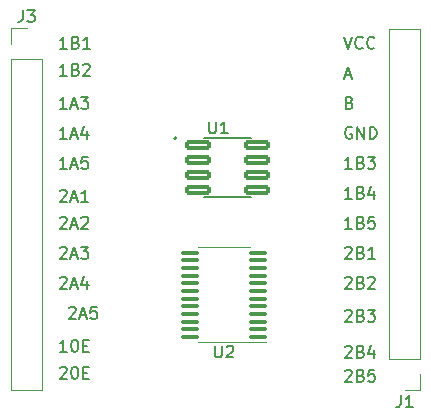
<source format=gto>
G04 #@! TF.GenerationSoftware,KiCad,Pcbnew,7.0.7*
G04 #@! TF.CreationDate,2023-09-07T14:52:05+08:00*
G04 #@! TF.ProjectId,rs485,72733438-352e-46b6-9963-61645f706362,rev?*
G04 #@! TF.SameCoordinates,Original*
G04 #@! TF.FileFunction,Legend,Top*
G04 #@! TF.FilePolarity,Positive*
%FSLAX46Y46*%
G04 Gerber Fmt 4.6, Leading zero omitted, Abs format (unit mm)*
G04 Created by KiCad (PCBNEW 7.0.7) date 2023-09-07 14:52:05*
%MOMM*%
%LPD*%
G01*
G04 APERTURE LIST*
G04 Aperture macros list*
%AMRoundRect*
0 Rectangle with rounded corners*
0 $1 Rounding radius*
0 $2 $3 $4 $5 $6 $7 $8 $9 X,Y pos of 4 corners*
0 Add a 4 corners polygon primitive as box body*
4,1,4,$2,$3,$4,$5,$6,$7,$8,$9,$2,$3,0*
0 Add four circle primitives for the rounded corners*
1,1,$1+$1,$2,$3*
1,1,$1+$1,$4,$5*
1,1,$1+$1,$6,$7*
1,1,$1+$1,$8,$9*
0 Add four rect primitives between the rounded corners*
20,1,$1+$1,$2,$3,$4,$5,0*
20,1,$1+$1,$4,$5,$6,$7,0*
20,1,$1+$1,$6,$7,$8,$9,0*
20,1,$1+$1,$8,$9,$2,$3,0*%
G04 Aperture macros list end*
%ADD10C,0.150000*%
%ADD11C,0.120000*%
%ADD12C,0.127000*%
%ADD13C,0.200000*%
%ADD14R,1.700000X1.700000*%
%ADD15O,1.700000X1.700000*%
%ADD16RoundRect,0.100000X0.637500X0.100000X-0.637500X0.100000X-0.637500X-0.100000X0.637500X-0.100000X0*%
%ADD17RoundRect,0.141900X-0.945100X-0.245100X0.945100X-0.245100X0.945100X0.245100X-0.945100X0.245100X0*%
G04 APERTURE END LIST*
D10*
X160467922Y-96659819D02*
X160801255Y-97659819D01*
X160801255Y-97659819D02*
X161134588Y-96659819D01*
X162039350Y-97564580D02*
X161991731Y-97612200D01*
X161991731Y-97612200D02*
X161848874Y-97659819D01*
X161848874Y-97659819D02*
X161753636Y-97659819D01*
X161753636Y-97659819D02*
X161610779Y-97612200D01*
X161610779Y-97612200D02*
X161515541Y-97516961D01*
X161515541Y-97516961D02*
X161467922Y-97421723D01*
X161467922Y-97421723D02*
X161420303Y-97231247D01*
X161420303Y-97231247D02*
X161420303Y-97088390D01*
X161420303Y-97088390D02*
X161467922Y-96897914D01*
X161467922Y-96897914D02*
X161515541Y-96802676D01*
X161515541Y-96802676D02*
X161610779Y-96707438D01*
X161610779Y-96707438D02*
X161753636Y-96659819D01*
X161753636Y-96659819D02*
X161848874Y-96659819D01*
X161848874Y-96659819D02*
X161991731Y-96707438D01*
X161991731Y-96707438D02*
X162039350Y-96755057D01*
X163039350Y-97564580D02*
X162991731Y-97612200D01*
X162991731Y-97612200D02*
X162848874Y-97659819D01*
X162848874Y-97659819D02*
X162753636Y-97659819D01*
X162753636Y-97659819D02*
X162610779Y-97612200D01*
X162610779Y-97612200D02*
X162515541Y-97516961D01*
X162515541Y-97516961D02*
X162467922Y-97421723D01*
X162467922Y-97421723D02*
X162420303Y-97231247D01*
X162420303Y-97231247D02*
X162420303Y-97088390D01*
X162420303Y-97088390D02*
X162467922Y-96897914D01*
X162467922Y-96897914D02*
X162515541Y-96802676D01*
X162515541Y-96802676D02*
X162610779Y-96707438D01*
X162610779Y-96707438D02*
X162753636Y-96659819D01*
X162753636Y-96659819D02*
X162848874Y-96659819D01*
X162848874Y-96659819D02*
X162991731Y-96707438D01*
X162991731Y-96707438D02*
X163039350Y-96755057D01*
X160563160Y-99914104D02*
X161039350Y-99914104D01*
X160467922Y-100199819D02*
X160801255Y-99199819D01*
X160801255Y-99199819D02*
X161134588Y-100199819D01*
X160944112Y-102216009D02*
X161086969Y-102263628D01*
X161086969Y-102263628D02*
X161134588Y-102311247D01*
X161134588Y-102311247D02*
X161182207Y-102406485D01*
X161182207Y-102406485D02*
X161182207Y-102549342D01*
X161182207Y-102549342D02*
X161134588Y-102644580D01*
X161134588Y-102644580D02*
X161086969Y-102692200D01*
X161086969Y-102692200D02*
X160991731Y-102739819D01*
X160991731Y-102739819D02*
X160610779Y-102739819D01*
X160610779Y-102739819D02*
X160610779Y-101739819D01*
X160610779Y-101739819D02*
X160944112Y-101739819D01*
X160944112Y-101739819D02*
X161039350Y-101787438D01*
X161039350Y-101787438D02*
X161086969Y-101835057D01*
X161086969Y-101835057D02*
X161134588Y-101930295D01*
X161134588Y-101930295D02*
X161134588Y-102025533D01*
X161134588Y-102025533D02*
X161086969Y-102120771D01*
X161086969Y-102120771D02*
X161039350Y-102168390D01*
X161039350Y-102168390D02*
X160944112Y-102216009D01*
X160944112Y-102216009D02*
X160610779Y-102216009D01*
X161134588Y-104327438D02*
X161039350Y-104279819D01*
X161039350Y-104279819D02*
X160896493Y-104279819D01*
X160896493Y-104279819D02*
X160753636Y-104327438D01*
X160753636Y-104327438D02*
X160658398Y-104422676D01*
X160658398Y-104422676D02*
X160610779Y-104517914D01*
X160610779Y-104517914D02*
X160563160Y-104708390D01*
X160563160Y-104708390D02*
X160563160Y-104851247D01*
X160563160Y-104851247D02*
X160610779Y-105041723D01*
X160610779Y-105041723D02*
X160658398Y-105136961D01*
X160658398Y-105136961D02*
X160753636Y-105232200D01*
X160753636Y-105232200D02*
X160896493Y-105279819D01*
X160896493Y-105279819D02*
X160991731Y-105279819D01*
X160991731Y-105279819D02*
X161134588Y-105232200D01*
X161134588Y-105232200D02*
X161182207Y-105184580D01*
X161182207Y-105184580D02*
X161182207Y-104851247D01*
X161182207Y-104851247D02*
X160991731Y-104851247D01*
X161610779Y-105279819D02*
X161610779Y-104279819D01*
X161610779Y-104279819D02*
X162182207Y-105279819D01*
X162182207Y-105279819D02*
X162182207Y-104279819D01*
X162658398Y-105279819D02*
X162658398Y-104279819D01*
X162658398Y-104279819D02*
X162896493Y-104279819D01*
X162896493Y-104279819D02*
X163039350Y-104327438D01*
X163039350Y-104327438D02*
X163134588Y-104422676D01*
X163134588Y-104422676D02*
X163182207Y-104517914D01*
X163182207Y-104517914D02*
X163229826Y-104708390D01*
X163229826Y-104708390D02*
X163229826Y-104851247D01*
X163229826Y-104851247D02*
X163182207Y-105041723D01*
X163182207Y-105041723D02*
X163134588Y-105136961D01*
X163134588Y-105136961D02*
X163039350Y-105232200D01*
X163039350Y-105232200D02*
X162896493Y-105279819D01*
X162896493Y-105279819D02*
X162658398Y-105279819D01*
X161134588Y-107819819D02*
X160563160Y-107819819D01*
X160848874Y-107819819D02*
X160848874Y-106819819D01*
X160848874Y-106819819D02*
X160753636Y-106962676D01*
X160753636Y-106962676D02*
X160658398Y-107057914D01*
X160658398Y-107057914D02*
X160563160Y-107105533D01*
X161896493Y-107296009D02*
X162039350Y-107343628D01*
X162039350Y-107343628D02*
X162086969Y-107391247D01*
X162086969Y-107391247D02*
X162134588Y-107486485D01*
X162134588Y-107486485D02*
X162134588Y-107629342D01*
X162134588Y-107629342D02*
X162086969Y-107724580D01*
X162086969Y-107724580D02*
X162039350Y-107772200D01*
X162039350Y-107772200D02*
X161944112Y-107819819D01*
X161944112Y-107819819D02*
X161563160Y-107819819D01*
X161563160Y-107819819D02*
X161563160Y-106819819D01*
X161563160Y-106819819D02*
X161896493Y-106819819D01*
X161896493Y-106819819D02*
X161991731Y-106867438D01*
X161991731Y-106867438D02*
X162039350Y-106915057D01*
X162039350Y-106915057D02*
X162086969Y-107010295D01*
X162086969Y-107010295D02*
X162086969Y-107105533D01*
X162086969Y-107105533D02*
X162039350Y-107200771D01*
X162039350Y-107200771D02*
X161991731Y-107248390D01*
X161991731Y-107248390D02*
X161896493Y-107296009D01*
X161896493Y-107296009D02*
X161563160Y-107296009D01*
X162467922Y-106819819D02*
X163086969Y-106819819D01*
X163086969Y-106819819D02*
X162753636Y-107200771D01*
X162753636Y-107200771D02*
X162896493Y-107200771D01*
X162896493Y-107200771D02*
X162991731Y-107248390D01*
X162991731Y-107248390D02*
X163039350Y-107296009D01*
X163039350Y-107296009D02*
X163086969Y-107391247D01*
X163086969Y-107391247D02*
X163086969Y-107629342D01*
X163086969Y-107629342D02*
X163039350Y-107724580D01*
X163039350Y-107724580D02*
X162991731Y-107772200D01*
X162991731Y-107772200D02*
X162896493Y-107819819D01*
X162896493Y-107819819D02*
X162610779Y-107819819D01*
X162610779Y-107819819D02*
X162515541Y-107772200D01*
X162515541Y-107772200D02*
X162467922Y-107724580D01*
X161134588Y-110359819D02*
X160563160Y-110359819D01*
X160848874Y-110359819D02*
X160848874Y-109359819D01*
X160848874Y-109359819D02*
X160753636Y-109502676D01*
X160753636Y-109502676D02*
X160658398Y-109597914D01*
X160658398Y-109597914D02*
X160563160Y-109645533D01*
X161896493Y-109836009D02*
X162039350Y-109883628D01*
X162039350Y-109883628D02*
X162086969Y-109931247D01*
X162086969Y-109931247D02*
X162134588Y-110026485D01*
X162134588Y-110026485D02*
X162134588Y-110169342D01*
X162134588Y-110169342D02*
X162086969Y-110264580D01*
X162086969Y-110264580D02*
X162039350Y-110312200D01*
X162039350Y-110312200D02*
X161944112Y-110359819D01*
X161944112Y-110359819D02*
X161563160Y-110359819D01*
X161563160Y-110359819D02*
X161563160Y-109359819D01*
X161563160Y-109359819D02*
X161896493Y-109359819D01*
X161896493Y-109359819D02*
X161991731Y-109407438D01*
X161991731Y-109407438D02*
X162039350Y-109455057D01*
X162039350Y-109455057D02*
X162086969Y-109550295D01*
X162086969Y-109550295D02*
X162086969Y-109645533D01*
X162086969Y-109645533D02*
X162039350Y-109740771D01*
X162039350Y-109740771D02*
X161991731Y-109788390D01*
X161991731Y-109788390D02*
X161896493Y-109836009D01*
X161896493Y-109836009D02*
X161563160Y-109836009D01*
X162991731Y-109693152D02*
X162991731Y-110359819D01*
X162753636Y-109312200D02*
X162515541Y-110026485D01*
X162515541Y-110026485D02*
X163134588Y-110026485D01*
X161134588Y-112899819D02*
X160563160Y-112899819D01*
X160848874Y-112899819D02*
X160848874Y-111899819D01*
X160848874Y-111899819D02*
X160753636Y-112042676D01*
X160753636Y-112042676D02*
X160658398Y-112137914D01*
X160658398Y-112137914D02*
X160563160Y-112185533D01*
X161896493Y-112376009D02*
X162039350Y-112423628D01*
X162039350Y-112423628D02*
X162086969Y-112471247D01*
X162086969Y-112471247D02*
X162134588Y-112566485D01*
X162134588Y-112566485D02*
X162134588Y-112709342D01*
X162134588Y-112709342D02*
X162086969Y-112804580D01*
X162086969Y-112804580D02*
X162039350Y-112852200D01*
X162039350Y-112852200D02*
X161944112Y-112899819D01*
X161944112Y-112899819D02*
X161563160Y-112899819D01*
X161563160Y-112899819D02*
X161563160Y-111899819D01*
X161563160Y-111899819D02*
X161896493Y-111899819D01*
X161896493Y-111899819D02*
X161991731Y-111947438D01*
X161991731Y-111947438D02*
X162039350Y-111995057D01*
X162039350Y-111995057D02*
X162086969Y-112090295D01*
X162086969Y-112090295D02*
X162086969Y-112185533D01*
X162086969Y-112185533D02*
X162039350Y-112280771D01*
X162039350Y-112280771D02*
X161991731Y-112328390D01*
X161991731Y-112328390D02*
X161896493Y-112376009D01*
X161896493Y-112376009D02*
X161563160Y-112376009D01*
X163039350Y-111899819D02*
X162563160Y-111899819D01*
X162563160Y-111899819D02*
X162515541Y-112376009D01*
X162515541Y-112376009D02*
X162563160Y-112328390D01*
X162563160Y-112328390D02*
X162658398Y-112280771D01*
X162658398Y-112280771D02*
X162896493Y-112280771D01*
X162896493Y-112280771D02*
X162991731Y-112328390D01*
X162991731Y-112328390D02*
X163039350Y-112376009D01*
X163039350Y-112376009D02*
X163086969Y-112471247D01*
X163086969Y-112471247D02*
X163086969Y-112709342D01*
X163086969Y-112709342D02*
X163039350Y-112804580D01*
X163039350Y-112804580D02*
X162991731Y-112852200D01*
X162991731Y-112852200D02*
X162896493Y-112899819D01*
X162896493Y-112899819D02*
X162658398Y-112899819D01*
X162658398Y-112899819D02*
X162563160Y-112852200D01*
X162563160Y-112852200D02*
X162515541Y-112804580D01*
X160563160Y-114535057D02*
X160610779Y-114487438D01*
X160610779Y-114487438D02*
X160706017Y-114439819D01*
X160706017Y-114439819D02*
X160944112Y-114439819D01*
X160944112Y-114439819D02*
X161039350Y-114487438D01*
X161039350Y-114487438D02*
X161086969Y-114535057D01*
X161086969Y-114535057D02*
X161134588Y-114630295D01*
X161134588Y-114630295D02*
X161134588Y-114725533D01*
X161134588Y-114725533D02*
X161086969Y-114868390D01*
X161086969Y-114868390D02*
X160515541Y-115439819D01*
X160515541Y-115439819D02*
X161134588Y-115439819D01*
X161896493Y-114916009D02*
X162039350Y-114963628D01*
X162039350Y-114963628D02*
X162086969Y-115011247D01*
X162086969Y-115011247D02*
X162134588Y-115106485D01*
X162134588Y-115106485D02*
X162134588Y-115249342D01*
X162134588Y-115249342D02*
X162086969Y-115344580D01*
X162086969Y-115344580D02*
X162039350Y-115392200D01*
X162039350Y-115392200D02*
X161944112Y-115439819D01*
X161944112Y-115439819D02*
X161563160Y-115439819D01*
X161563160Y-115439819D02*
X161563160Y-114439819D01*
X161563160Y-114439819D02*
X161896493Y-114439819D01*
X161896493Y-114439819D02*
X161991731Y-114487438D01*
X161991731Y-114487438D02*
X162039350Y-114535057D01*
X162039350Y-114535057D02*
X162086969Y-114630295D01*
X162086969Y-114630295D02*
X162086969Y-114725533D01*
X162086969Y-114725533D02*
X162039350Y-114820771D01*
X162039350Y-114820771D02*
X161991731Y-114868390D01*
X161991731Y-114868390D02*
X161896493Y-114916009D01*
X161896493Y-114916009D02*
X161563160Y-114916009D01*
X163086969Y-115439819D02*
X162515541Y-115439819D01*
X162801255Y-115439819D02*
X162801255Y-114439819D01*
X162801255Y-114439819D02*
X162706017Y-114582676D01*
X162706017Y-114582676D02*
X162610779Y-114677914D01*
X162610779Y-114677914D02*
X162515541Y-114725533D01*
X160563160Y-117075057D02*
X160610779Y-117027438D01*
X160610779Y-117027438D02*
X160706017Y-116979819D01*
X160706017Y-116979819D02*
X160944112Y-116979819D01*
X160944112Y-116979819D02*
X161039350Y-117027438D01*
X161039350Y-117027438D02*
X161086969Y-117075057D01*
X161086969Y-117075057D02*
X161134588Y-117170295D01*
X161134588Y-117170295D02*
X161134588Y-117265533D01*
X161134588Y-117265533D02*
X161086969Y-117408390D01*
X161086969Y-117408390D02*
X160515541Y-117979819D01*
X160515541Y-117979819D02*
X161134588Y-117979819D01*
X161896493Y-117456009D02*
X162039350Y-117503628D01*
X162039350Y-117503628D02*
X162086969Y-117551247D01*
X162086969Y-117551247D02*
X162134588Y-117646485D01*
X162134588Y-117646485D02*
X162134588Y-117789342D01*
X162134588Y-117789342D02*
X162086969Y-117884580D01*
X162086969Y-117884580D02*
X162039350Y-117932200D01*
X162039350Y-117932200D02*
X161944112Y-117979819D01*
X161944112Y-117979819D02*
X161563160Y-117979819D01*
X161563160Y-117979819D02*
X161563160Y-116979819D01*
X161563160Y-116979819D02*
X161896493Y-116979819D01*
X161896493Y-116979819D02*
X161991731Y-117027438D01*
X161991731Y-117027438D02*
X162039350Y-117075057D01*
X162039350Y-117075057D02*
X162086969Y-117170295D01*
X162086969Y-117170295D02*
X162086969Y-117265533D01*
X162086969Y-117265533D02*
X162039350Y-117360771D01*
X162039350Y-117360771D02*
X161991731Y-117408390D01*
X161991731Y-117408390D02*
X161896493Y-117456009D01*
X161896493Y-117456009D02*
X161563160Y-117456009D01*
X162515541Y-117075057D02*
X162563160Y-117027438D01*
X162563160Y-117027438D02*
X162658398Y-116979819D01*
X162658398Y-116979819D02*
X162896493Y-116979819D01*
X162896493Y-116979819D02*
X162991731Y-117027438D01*
X162991731Y-117027438D02*
X163039350Y-117075057D01*
X163039350Y-117075057D02*
X163086969Y-117170295D01*
X163086969Y-117170295D02*
X163086969Y-117265533D01*
X163086969Y-117265533D02*
X163039350Y-117408390D01*
X163039350Y-117408390D02*
X162467922Y-117979819D01*
X162467922Y-117979819D02*
X163086969Y-117979819D01*
X160563160Y-119869057D02*
X160610779Y-119821438D01*
X160610779Y-119821438D02*
X160706017Y-119773819D01*
X160706017Y-119773819D02*
X160944112Y-119773819D01*
X160944112Y-119773819D02*
X161039350Y-119821438D01*
X161039350Y-119821438D02*
X161086969Y-119869057D01*
X161086969Y-119869057D02*
X161134588Y-119964295D01*
X161134588Y-119964295D02*
X161134588Y-120059533D01*
X161134588Y-120059533D02*
X161086969Y-120202390D01*
X161086969Y-120202390D02*
X160515541Y-120773819D01*
X160515541Y-120773819D02*
X161134588Y-120773819D01*
X161896493Y-120250009D02*
X162039350Y-120297628D01*
X162039350Y-120297628D02*
X162086969Y-120345247D01*
X162086969Y-120345247D02*
X162134588Y-120440485D01*
X162134588Y-120440485D02*
X162134588Y-120583342D01*
X162134588Y-120583342D02*
X162086969Y-120678580D01*
X162086969Y-120678580D02*
X162039350Y-120726200D01*
X162039350Y-120726200D02*
X161944112Y-120773819D01*
X161944112Y-120773819D02*
X161563160Y-120773819D01*
X161563160Y-120773819D02*
X161563160Y-119773819D01*
X161563160Y-119773819D02*
X161896493Y-119773819D01*
X161896493Y-119773819D02*
X161991731Y-119821438D01*
X161991731Y-119821438D02*
X162039350Y-119869057D01*
X162039350Y-119869057D02*
X162086969Y-119964295D01*
X162086969Y-119964295D02*
X162086969Y-120059533D01*
X162086969Y-120059533D02*
X162039350Y-120154771D01*
X162039350Y-120154771D02*
X161991731Y-120202390D01*
X161991731Y-120202390D02*
X161896493Y-120250009D01*
X161896493Y-120250009D02*
X161563160Y-120250009D01*
X162467922Y-119773819D02*
X163086969Y-119773819D01*
X163086969Y-119773819D02*
X162753636Y-120154771D01*
X162753636Y-120154771D02*
X162896493Y-120154771D01*
X162896493Y-120154771D02*
X162991731Y-120202390D01*
X162991731Y-120202390D02*
X163039350Y-120250009D01*
X163039350Y-120250009D02*
X163086969Y-120345247D01*
X163086969Y-120345247D02*
X163086969Y-120583342D01*
X163086969Y-120583342D02*
X163039350Y-120678580D01*
X163039350Y-120678580D02*
X162991731Y-120726200D01*
X162991731Y-120726200D02*
X162896493Y-120773819D01*
X162896493Y-120773819D02*
X162610779Y-120773819D01*
X162610779Y-120773819D02*
X162515541Y-120726200D01*
X162515541Y-120726200D02*
X162467922Y-120678580D01*
X160563160Y-122917057D02*
X160610779Y-122869438D01*
X160610779Y-122869438D02*
X160706017Y-122821819D01*
X160706017Y-122821819D02*
X160944112Y-122821819D01*
X160944112Y-122821819D02*
X161039350Y-122869438D01*
X161039350Y-122869438D02*
X161086969Y-122917057D01*
X161086969Y-122917057D02*
X161134588Y-123012295D01*
X161134588Y-123012295D02*
X161134588Y-123107533D01*
X161134588Y-123107533D02*
X161086969Y-123250390D01*
X161086969Y-123250390D02*
X160515541Y-123821819D01*
X160515541Y-123821819D02*
X161134588Y-123821819D01*
X161896493Y-123298009D02*
X162039350Y-123345628D01*
X162039350Y-123345628D02*
X162086969Y-123393247D01*
X162086969Y-123393247D02*
X162134588Y-123488485D01*
X162134588Y-123488485D02*
X162134588Y-123631342D01*
X162134588Y-123631342D02*
X162086969Y-123726580D01*
X162086969Y-123726580D02*
X162039350Y-123774200D01*
X162039350Y-123774200D02*
X161944112Y-123821819D01*
X161944112Y-123821819D02*
X161563160Y-123821819D01*
X161563160Y-123821819D02*
X161563160Y-122821819D01*
X161563160Y-122821819D02*
X161896493Y-122821819D01*
X161896493Y-122821819D02*
X161991731Y-122869438D01*
X161991731Y-122869438D02*
X162039350Y-122917057D01*
X162039350Y-122917057D02*
X162086969Y-123012295D01*
X162086969Y-123012295D02*
X162086969Y-123107533D01*
X162086969Y-123107533D02*
X162039350Y-123202771D01*
X162039350Y-123202771D02*
X161991731Y-123250390D01*
X161991731Y-123250390D02*
X161896493Y-123298009D01*
X161896493Y-123298009D02*
X161563160Y-123298009D01*
X162991731Y-123155152D02*
X162991731Y-123821819D01*
X162753636Y-122774200D02*
X162515541Y-123488485D01*
X162515541Y-123488485D02*
X163134588Y-123488485D01*
X160563160Y-124949057D02*
X160610779Y-124901438D01*
X160610779Y-124901438D02*
X160706017Y-124853819D01*
X160706017Y-124853819D02*
X160944112Y-124853819D01*
X160944112Y-124853819D02*
X161039350Y-124901438D01*
X161039350Y-124901438D02*
X161086969Y-124949057D01*
X161086969Y-124949057D02*
X161134588Y-125044295D01*
X161134588Y-125044295D02*
X161134588Y-125139533D01*
X161134588Y-125139533D02*
X161086969Y-125282390D01*
X161086969Y-125282390D02*
X160515541Y-125853819D01*
X160515541Y-125853819D02*
X161134588Y-125853819D01*
X161896493Y-125330009D02*
X162039350Y-125377628D01*
X162039350Y-125377628D02*
X162086969Y-125425247D01*
X162086969Y-125425247D02*
X162134588Y-125520485D01*
X162134588Y-125520485D02*
X162134588Y-125663342D01*
X162134588Y-125663342D02*
X162086969Y-125758580D01*
X162086969Y-125758580D02*
X162039350Y-125806200D01*
X162039350Y-125806200D02*
X161944112Y-125853819D01*
X161944112Y-125853819D02*
X161563160Y-125853819D01*
X161563160Y-125853819D02*
X161563160Y-124853819D01*
X161563160Y-124853819D02*
X161896493Y-124853819D01*
X161896493Y-124853819D02*
X161991731Y-124901438D01*
X161991731Y-124901438D02*
X162039350Y-124949057D01*
X162039350Y-124949057D02*
X162086969Y-125044295D01*
X162086969Y-125044295D02*
X162086969Y-125139533D01*
X162086969Y-125139533D02*
X162039350Y-125234771D01*
X162039350Y-125234771D02*
X161991731Y-125282390D01*
X161991731Y-125282390D02*
X161896493Y-125330009D01*
X161896493Y-125330009D02*
X161563160Y-125330009D01*
X163039350Y-124853819D02*
X162563160Y-124853819D01*
X162563160Y-124853819D02*
X162515541Y-125330009D01*
X162515541Y-125330009D02*
X162563160Y-125282390D01*
X162563160Y-125282390D02*
X162658398Y-125234771D01*
X162658398Y-125234771D02*
X162896493Y-125234771D01*
X162896493Y-125234771D02*
X162991731Y-125282390D01*
X162991731Y-125282390D02*
X163039350Y-125330009D01*
X163039350Y-125330009D02*
X163086969Y-125425247D01*
X163086969Y-125425247D02*
X163086969Y-125663342D01*
X163086969Y-125663342D02*
X163039350Y-125758580D01*
X163039350Y-125758580D02*
X162991731Y-125806200D01*
X162991731Y-125806200D02*
X162896493Y-125853819D01*
X162896493Y-125853819D02*
X162658398Y-125853819D01*
X162658398Y-125853819D02*
X162563160Y-125806200D01*
X162563160Y-125806200D02*
X162515541Y-125758580D01*
X136433160Y-124695057D02*
X136480779Y-124647438D01*
X136480779Y-124647438D02*
X136576017Y-124599819D01*
X136576017Y-124599819D02*
X136814112Y-124599819D01*
X136814112Y-124599819D02*
X136909350Y-124647438D01*
X136909350Y-124647438D02*
X136956969Y-124695057D01*
X136956969Y-124695057D02*
X137004588Y-124790295D01*
X137004588Y-124790295D02*
X137004588Y-124885533D01*
X137004588Y-124885533D02*
X136956969Y-125028390D01*
X136956969Y-125028390D02*
X136385541Y-125599819D01*
X136385541Y-125599819D02*
X137004588Y-125599819D01*
X137623636Y-124599819D02*
X137718874Y-124599819D01*
X137718874Y-124599819D02*
X137814112Y-124647438D01*
X137814112Y-124647438D02*
X137861731Y-124695057D01*
X137861731Y-124695057D02*
X137909350Y-124790295D01*
X137909350Y-124790295D02*
X137956969Y-124980771D01*
X137956969Y-124980771D02*
X137956969Y-125218866D01*
X137956969Y-125218866D02*
X137909350Y-125409342D01*
X137909350Y-125409342D02*
X137861731Y-125504580D01*
X137861731Y-125504580D02*
X137814112Y-125552200D01*
X137814112Y-125552200D02*
X137718874Y-125599819D01*
X137718874Y-125599819D02*
X137623636Y-125599819D01*
X137623636Y-125599819D02*
X137528398Y-125552200D01*
X137528398Y-125552200D02*
X137480779Y-125504580D01*
X137480779Y-125504580D02*
X137433160Y-125409342D01*
X137433160Y-125409342D02*
X137385541Y-125218866D01*
X137385541Y-125218866D02*
X137385541Y-124980771D01*
X137385541Y-124980771D02*
X137433160Y-124790295D01*
X137433160Y-124790295D02*
X137480779Y-124695057D01*
X137480779Y-124695057D02*
X137528398Y-124647438D01*
X137528398Y-124647438D02*
X137623636Y-124599819D01*
X138385541Y-125076009D02*
X138718874Y-125076009D01*
X138861731Y-125599819D02*
X138385541Y-125599819D01*
X138385541Y-125599819D02*
X138385541Y-124599819D01*
X138385541Y-124599819D02*
X138861731Y-124599819D01*
X137004588Y-123313819D02*
X136433160Y-123313819D01*
X136718874Y-123313819D02*
X136718874Y-122313819D01*
X136718874Y-122313819D02*
X136623636Y-122456676D01*
X136623636Y-122456676D02*
X136528398Y-122551914D01*
X136528398Y-122551914D02*
X136433160Y-122599533D01*
X137623636Y-122313819D02*
X137718874Y-122313819D01*
X137718874Y-122313819D02*
X137814112Y-122361438D01*
X137814112Y-122361438D02*
X137861731Y-122409057D01*
X137861731Y-122409057D02*
X137909350Y-122504295D01*
X137909350Y-122504295D02*
X137956969Y-122694771D01*
X137956969Y-122694771D02*
X137956969Y-122932866D01*
X137956969Y-122932866D02*
X137909350Y-123123342D01*
X137909350Y-123123342D02*
X137861731Y-123218580D01*
X137861731Y-123218580D02*
X137814112Y-123266200D01*
X137814112Y-123266200D02*
X137718874Y-123313819D01*
X137718874Y-123313819D02*
X137623636Y-123313819D01*
X137623636Y-123313819D02*
X137528398Y-123266200D01*
X137528398Y-123266200D02*
X137480779Y-123218580D01*
X137480779Y-123218580D02*
X137433160Y-123123342D01*
X137433160Y-123123342D02*
X137385541Y-122932866D01*
X137385541Y-122932866D02*
X137385541Y-122694771D01*
X137385541Y-122694771D02*
X137433160Y-122504295D01*
X137433160Y-122504295D02*
X137480779Y-122409057D01*
X137480779Y-122409057D02*
X137528398Y-122361438D01*
X137528398Y-122361438D02*
X137623636Y-122313819D01*
X138385541Y-122790009D02*
X138718874Y-122790009D01*
X138861731Y-123313819D02*
X138385541Y-123313819D01*
X138385541Y-123313819D02*
X138385541Y-122313819D01*
X138385541Y-122313819D02*
X138861731Y-122313819D01*
X137195160Y-119615057D02*
X137242779Y-119567438D01*
X137242779Y-119567438D02*
X137338017Y-119519819D01*
X137338017Y-119519819D02*
X137576112Y-119519819D01*
X137576112Y-119519819D02*
X137671350Y-119567438D01*
X137671350Y-119567438D02*
X137718969Y-119615057D01*
X137718969Y-119615057D02*
X137766588Y-119710295D01*
X137766588Y-119710295D02*
X137766588Y-119805533D01*
X137766588Y-119805533D02*
X137718969Y-119948390D01*
X137718969Y-119948390D02*
X137147541Y-120519819D01*
X137147541Y-120519819D02*
X137766588Y-120519819D01*
X138147541Y-120234104D02*
X138623731Y-120234104D01*
X138052303Y-120519819D02*
X138385636Y-119519819D01*
X138385636Y-119519819D02*
X138718969Y-120519819D01*
X139528493Y-119519819D02*
X139052303Y-119519819D01*
X139052303Y-119519819D02*
X139004684Y-119996009D01*
X139004684Y-119996009D02*
X139052303Y-119948390D01*
X139052303Y-119948390D02*
X139147541Y-119900771D01*
X139147541Y-119900771D02*
X139385636Y-119900771D01*
X139385636Y-119900771D02*
X139480874Y-119948390D01*
X139480874Y-119948390D02*
X139528493Y-119996009D01*
X139528493Y-119996009D02*
X139576112Y-120091247D01*
X139576112Y-120091247D02*
X139576112Y-120329342D01*
X139576112Y-120329342D02*
X139528493Y-120424580D01*
X139528493Y-120424580D02*
X139480874Y-120472200D01*
X139480874Y-120472200D02*
X139385636Y-120519819D01*
X139385636Y-120519819D02*
X139147541Y-120519819D01*
X139147541Y-120519819D02*
X139052303Y-120472200D01*
X139052303Y-120472200D02*
X139004684Y-120424580D01*
X136433160Y-117075057D02*
X136480779Y-117027438D01*
X136480779Y-117027438D02*
X136576017Y-116979819D01*
X136576017Y-116979819D02*
X136814112Y-116979819D01*
X136814112Y-116979819D02*
X136909350Y-117027438D01*
X136909350Y-117027438D02*
X136956969Y-117075057D01*
X136956969Y-117075057D02*
X137004588Y-117170295D01*
X137004588Y-117170295D02*
X137004588Y-117265533D01*
X137004588Y-117265533D02*
X136956969Y-117408390D01*
X136956969Y-117408390D02*
X136385541Y-117979819D01*
X136385541Y-117979819D02*
X137004588Y-117979819D01*
X137385541Y-117694104D02*
X137861731Y-117694104D01*
X137290303Y-117979819D02*
X137623636Y-116979819D01*
X137623636Y-116979819D02*
X137956969Y-117979819D01*
X138718874Y-117313152D02*
X138718874Y-117979819D01*
X138480779Y-116932200D02*
X138242684Y-117646485D01*
X138242684Y-117646485D02*
X138861731Y-117646485D01*
X136433160Y-114535057D02*
X136480779Y-114487438D01*
X136480779Y-114487438D02*
X136576017Y-114439819D01*
X136576017Y-114439819D02*
X136814112Y-114439819D01*
X136814112Y-114439819D02*
X136909350Y-114487438D01*
X136909350Y-114487438D02*
X136956969Y-114535057D01*
X136956969Y-114535057D02*
X137004588Y-114630295D01*
X137004588Y-114630295D02*
X137004588Y-114725533D01*
X137004588Y-114725533D02*
X136956969Y-114868390D01*
X136956969Y-114868390D02*
X136385541Y-115439819D01*
X136385541Y-115439819D02*
X137004588Y-115439819D01*
X137385541Y-115154104D02*
X137861731Y-115154104D01*
X137290303Y-115439819D02*
X137623636Y-114439819D01*
X137623636Y-114439819D02*
X137956969Y-115439819D01*
X138195065Y-114439819D02*
X138814112Y-114439819D01*
X138814112Y-114439819D02*
X138480779Y-114820771D01*
X138480779Y-114820771D02*
X138623636Y-114820771D01*
X138623636Y-114820771D02*
X138718874Y-114868390D01*
X138718874Y-114868390D02*
X138766493Y-114916009D01*
X138766493Y-114916009D02*
X138814112Y-115011247D01*
X138814112Y-115011247D02*
X138814112Y-115249342D01*
X138814112Y-115249342D02*
X138766493Y-115344580D01*
X138766493Y-115344580D02*
X138718874Y-115392200D01*
X138718874Y-115392200D02*
X138623636Y-115439819D01*
X138623636Y-115439819D02*
X138337922Y-115439819D01*
X138337922Y-115439819D02*
X138242684Y-115392200D01*
X138242684Y-115392200D02*
X138195065Y-115344580D01*
X136433160Y-111995057D02*
X136480779Y-111947438D01*
X136480779Y-111947438D02*
X136576017Y-111899819D01*
X136576017Y-111899819D02*
X136814112Y-111899819D01*
X136814112Y-111899819D02*
X136909350Y-111947438D01*
X136909350Y-111947438D02*
X136956969Y-111995057D01*
X136956969Y-111995057D02*
X137004588Y-112090295D01*
X137004588Y-112090295D02*
X137004588Y-112185533D01*
X137004588Y-112185533D02*
X136956969Y-112328390D01*
X136956969Y-112328390D02*
X136385541Y-112899819D01*
X136385541Y-112899819D02*
X137004588Y-112899819D01*
X137385541Y-112614104D02*
X137861731Y-112614104D01*
X137290303Y-112899819D02*
X137623636Y-111899819D01*
X137623636Y-111899819D02*
X137956969Y-112899819D01*
X138242684Y-111995057D02*
X138290303Y-111947438D01*
X138290303Y-111947438D02*
X138385541Y-111899819D01*
X138385541Y-111899819D02*
X138623636Y-111899819D01*
X138623636Y-111899819D02*
X138718874Y-111947438D01*
X138718874Y-111947438D02*
X138766493Y-111995057D01*
X138766493Y-111995057D02*
X138814112Y-112090295D01*
X138814112Y-112090295D02*
X138814112Y-112185533D01*
X138814112Y-112185533D02*
X138766493Y-112328390D01*
X138766493Y-112328390D02*
X138195065Y-112899819D01*
X138195065Y-112899819D02*
X138814112Y-112899819D01*
X136433160Y-109709057D02*
X136480779Y-109661438D01*
X136480779Y-109661438D02*
X136576017Y-109613819D01*
X136576017Y-109613819D02*
X136814112Y-109613819D01*
X136814112Y-109613819D02*
X136909350Y-109661438D01*
X136909350Y-109661438D02*
X136956969Y-109709057D01*
X136956969Y-109709057D02*
X137004588Y-109804295D01*
X137004588Y-109804295D02*
X137004588Y-109899533D01*
X137004588Y-109899533D02*
X136956969Y-110042390D01*
X136956969Y-110042390D02*
X136385541Y-110613819D01*
X136385541Y-110613819D02*
X137004588Y-110613819D01*
X137385541Y-110328104D02*
X137861731Y-110328104D01*
X137290303Y-110613819D02*
X137623636Y-109613819D01*
X137623636Y-109613819D02*
X137956969Y-110613819D01*
X138814112Y-110613819D02*
X138242684Y-110613819D01*
X138528398Y-110613819D02*
X138528398Y-109613819D01*
X138528398Y-109613819D02*
X138433160Y-109756676D01*
X138433160Y-109756676D02*
X138337922Y-109851914D01*
X138337922Y-109851914D02*
X138242684Y-109899533D01*
X137004588Y-107819819D02*
X136433160Y-107819819D01*
X136718874Y-107819819D02*
X136718874Y-106819819D01*
X136718874Y-106819819D02*
X136623636Y-106962676D01*
X136623636Y-106962676D02*
X136528398Y-107057914D01*
X136528398Y-107057914D02*
X136433160Y-107105533D01*
X137385541Y-107534104D02*
X137861731Y-107534104D01*
X137290303Y-107819819D02*
X137623636Y-106819819D01*
X137623636Y-106819819D02*
X137956969Y-107819819D01*
X138766493Y-106819819D02*
X138290303Y-106819819D01*
X138290303Y-106819819D02*
X138242684Y-107296009D01*
X138242684Y-107296009D02*
X138290303Y-107248390D01*
X138290303Y-107248390D02*
X138385541Y-107200771D01*
X138385541Y-107200771D02*
X138623636Y-107200771D01*
X138623636Y-107200771D02*
X138718874Y-107248390D01*
X138718874Y-107248390D02*
X138766493Y-107296009D01*
X138766493Y-107296009D02*
X138814112Y-107391247D01*
X138814112Y-107391247D02*
X138814112Y-107629342D01*
X138814112Y-107629342D02*
X138766493Y-107724580D01*
X138766493Y-107724580D02*
X138718874Y-107772200D01*
X138718874Y-107772200D02*
X138623636Y-107819819D01*
X138623636Y-107819819D02*
X138385541Y-107819819D01*
X138385541Y-107819819D02*
X138290303Y-107772200D01*
X138290303Y-107772200D02*
X138242684Y-107724580D01*
X137004588Y-105279819D02*
X136433160Y-105279819D01*
X136718874Y-105279819D02*
X136718874Y-104279819D01*
X136718874Y-104279819D02*
X136623636Y-104422676D01*
X136623636Y-104422676D02*
X136528398Y-104517914D01*
X136528398Y-104517914D02*
X136433160Y-104565533D01*
X137385541Y-104994104D02*
X137861731Y-104994104D01*
X137290303Y-105279819D02*
X137623636Y-104279819D01*
X137623636Y-104279819D02*
X137956969Y-105279819D01*
X138718874Y-104613152D02*
X138718874Y-105279819D01*
X138480779Y-104232200D02*
X138242684Y-104946485D01*
X138242684Y-104946485D02*
X138861731Y-104946485D01*
X137004588Y-102739819D02*
X136433160Y-102739819D01*
X136718874Y-102739819D02*
X136718874Y-101739819D01*
X136718874Y-101739819D02*
X136623636Y-101882676D01*
X136623636Y-101882676D02*
X136528398Y-101977914D01*
X136528398Y-101977914D02*
X136433160Y-102025533D01*
X137385541Y-102454104D02*
X137861731Y-102454104D01*
X137290303Y-102739819D02*
X137623636Y-101739819D01*
X137623636Y-101739819D02*
X137956969Y-102739819D01*
X138195065Y-101739819D02*
X138814112Y-101739819D01*
X138814112Y-101739819D02*
X138480779Y-102120771D01*
X138480779Y-102120771D02*
X138623636Y-102120771D01*
X138623636Y-102120771D02*
X138718874Y-102168390D01*
X138718874Y-102168390D02*
X138766493Y-102216009D01*
X138766493Y-102216009D02*
X138814112Y-102311247D01*
X138814112Y-102311247D02*
X138814112Y-102549342D01*
X138814112Y-102549342D02*
X138766493Y-102644580D01*
X138766493Y-102644580D02*
X138718874Y-102692200D01*
X138718874Y-102692200D02*
X138623636Y-102739819D01*
X138623636Y-102739819D02*
X138337922Y-102739819D01*
X138337922Y-102739819D02*
X138242684Y-102692200D01*
X138242684Y-102692200D02*
X138195065Y-102644580D01*
X137004588Y-99945819D02*
X136433160Y-99945819D01*
X136718874Y-99945819D02*
X136718874Y-98945819D01*
X136718874Y-98945819D02*
X136623636Y-99088676D01*
X136623636Y-99088676D02*
X136528398Y-99183914D01*
X136528398Y-99183914D02*
X136433160Y-99231533D01*
X137766493Y-99422009D02*
X137909350Y-99469628D01*
X137909350Y-99469628D02*
X137956969Y-99517247D01*
X137956969Y-99517247D02*
X138004588Y-99612485D01*
X138004588Y-99612485D02*
X138004588Y-99755342D01*
X138004588Y-99755342D02*
X137956969Y-99850580D01*
X137956969Y-99850580D02*
X137909350Y-99898200D01*
X137909350Y-99898200D02*
X137814112Y-99945819D01*
X137814112Y-99945819D02*
X137433160Y-99945819D01*
X137433160Y-99945819D02*
X137433160Y-98945819D01*
X137433160Y-98945819D02*
X137766493Y-98945819D01*
X137766493Y-98945819D02*
X137861731Y-98993438D01*
X137861731Y-98993438D02*
X137909350Y-99041057D01*
X137909350Y-99041057D02*
X137956969Y-99136295D01*
X137956969Y-99136295D02*
X137956969Y-99231533D01*
X137956969Y-99231533D02*
X137909350Y-99326771D01*
X137909350Y-99326771D02*
X137861731Y-99374390D01*
X137861731Y-99374390D02*
X137766493Y-99422009D01*
X137766493Y-99422009D02*
X137433160Y-99422009D01*
X138385541Y-99041057D02*
X138433160Y-98993438D01*
X138433160Y-98993438D02*
X138528398Y-98945819D01*
X138528398Y-98945819D02*
X138766493Y-98945819D01*
X138766493Y-98945819D02*
X138861731Y-98993438D01*
X138861731Y-98993438D02*
X138909350Y-99041057D01*
X138909350Y-99041057D02*
X138956969Y-99136295D01*
X138956969Y-99136295D02*
X138956969Y-99231533D01*
X138956969Y-99231533D02*
X138909350Y-99374390D01*
X138909350Y-99374390D02*
X138337922Y-99945819D01*
X138337922Y-99945819D02*
X138956969Y-99945819D01*
X137004588Y-97659819D02*
X136433160Y-97659819D01*
X136718874Y-97659819D02*
X136718874Y-96659819D01*
X136718874Y-96659819D02*
X136623636Y-96802676D01*
X136623636Y-96802676D02*
X136528398Y-96897914D01*
X136528398Y-96897914D02*
X136433160Y-96945533D01*
X137766493Y-97136009D02*
X137909350Y-97183628D01*
X137909350Y-97183628D02*
X137956969Y-97231247D01*
X137956969Y-97231247D02*
X138004588Y-97326485D01*
X138004588Y-97326485D02*
X138004588Y-97469342D01*
X138004588Y-97469342D02*
X137956969Y-97564580D01*
X137956969Y-97564580D02*
X137909350Y-97612200D01*
X137909350Y-97612200D02*
X137814112Y-97659819D01*
X137814112Y-97659819D02*
X137433160Y-97659819D01*
X137433160Y-97659819D02*
X137433160Y-96659819D01*
X137433160Y-96659819D02*
X137766493Y-96659819D01*
X137766493Y-96659819D02*
X137861731Y-96707438D01*
X137861731Y-96707438D02*
X137909350Y-96755057D01*
X137909350Y-96755057D02*
X137956969Y-96850295D01*
X137956969Y-96850295D02*
X137956969Y-96945533D01*
X137956969Y-96945533D02*
X137909350Y-97040771D01*
X137909350Y-97040771D02*
X137861731Y-97088390D01*
X137861731Y-97088390D02*
X137766493Y-97136009D01*
X137766493Y-97136009D02*
X137433160Y-97136009D01*
X138956969Y-97659819D02*
X138385541Y-97659819D01*
X138671255Y-97659819D02*
X138671255Y-96659819D01*
X138671255Y-96659819D02*
X138576017Y-96802676D01*
X138576017Y-96802676D02*
X138480779Y-96897914D01*
X138480779Y-96897914D02*
X138385541Y-96945533D01*
X133270666Y-94401819D02*
X133270666Y-95116104D01*
X133270666Y-95116104D02*
X133223047Y-95258961D01*
X133223047Y-95258961D02*
X133127809Y-95354200D01*
X133127809Y-95354200D02*
X132984952Y-95401819D01*
X132984952Y-95401819D02*
X132889714Y-95401819D01*
X133651619Y-94401819D02*
X134270666Y-94401819D01*
X134270666Y-94401819D02*
X133937333Y-94782771D01*
X133937333Y-94782771D02*
X134080190Y-94782771D01*
X134080190Y-94782771D02*
X134175428Y-94830390D01*
X134175428Y-94830390D02*
X134223047Y-94878009D01*
X134223047Y-94878009D02*
X134270666Y-94973247D01*
X134270666Y-94973247D02*
X134270666Y-95211342D01*
X134270666Y-95211342D02*
X134223047Y-95306580D01*
X134223047Y-95306580D02*
X134175428Y-95354200D01*
X134175428Y-95354200D02*
X134080190Y-95401819D01*
X134080190Y-95401819D02*
X133794476Y-95401819D01*
X133794476Y-95401819D02*
X133699238Y-95354200D01*
X133699238Y-95354200D02*
X133651619Y-95306580D01*
X149537595Y-122799819D02*
X149537595Y-123609342D01*
X149537595Y-123609342D02*
X149585214Y-123704580D01*
X149585214Y-123704580D02*
X149632833Y-123752200D01*
X149632833Y-123752200D02*
X149728071Y-123799819D01*
X149728071Y-123799819D02*
X149918547Y-123799819D01*
X149918547Y-123799819D02*
X150013785Y-123752200D01*
X150013785Y-123752200D02*
X150061404Y-123704580D01*
X150061404Y-123704580D02*
X150109023Y-123609342D01*
X150109023Y-123609342D02*
X150109023Y-122799819D01*
X150537595Y-122895057D02*
X150585214Y-122847438D01*
X150585214Y-122847438D02*
X150680452Y-122799819D01*
X150680452Y-122799819D02*
X150918547Y-122799819D01*
X150918547Y-122799819D02*
X151013785Y-122847438D01*
X151013785Y-122847438D02*
X151061404Y-122895057D01*
X151061404Y-122895057D02*
X151109023Y-122990295D01*
X151109023Y-122990295D02*
X151109023Y-123085533D01*
X151109023Y-123085533D02*
X151061404Y-123228390D01*
X151061404Y-123228390D02*
X150489976Y-123799819D01*
X150489976Y-123799819D02*
X151109023Y-123799819D01*
X165274666Y-127006819D02*
X165274666Y-127721104D01*
X165274666Y-127721104D02*
X165227047Y-127863961D01*
X165227047Y-127863961D02*
X165131809Y-127959200D01*
X165131809Y-127959200D02*
X164988952Y-128006819D01*
X164988952Y-128006819D02*
X164893714Y-128006819D01*
X166274666Y-128006819D02*
X165703238Y-128006819D01*
X165988952Y-128006819D02*
X165988952Y-127006819D01*
X165988952Y-127006819D02*
X165893714Y-127149676D01*
X165893714Y-127149676D02*
X165798476Y-127244914D01*
X165798476Y-127244914D02*
X165703238Y-127292533D01*
X149065095Y-103828819D02*
X149065095Y-104638342D01*
X149065095Y-104638342D02*
X149112714Y-104733580D01*
X149112714Y-104733580D02*
X149160333Y-104781200D01*
X149160333Y-104781200D02*
X149255571Y-104828819D01*
X149255571Y-104828819D02*
X149446047Y-104828819D01*
X149446047Y-104828819D02*
X149541285Y-104781200D01*
X149541285Y-104781200D02*
X149588904Y-104733580D01*
X149588904Y-104733580D02*
X149636523Y-104638342D01*
X149636523Y-104638342D02*
X149636523Y-103828819D01*
X150636523Y-104828819D02*
X150065095Y-104828819D01*
X150350809Y-104828819D02*
X150350809Y-103828819D01*
X150350809Y-103828819D02*
X150255571Y-103971676D01*
X150255571Y-103971676D02*
X150160333Y-104066914D01*
X150160333Y-104066914D02*
X150065095Y-104114533D01*
D11*
X132274000Y-95947000D02*
X133604000Y-95947000D01*
X132274000Y-97277000D02*
X132274000Y-95947000D01*
X132274000Y-98547000D02*
X132274000Y-126547000D01*
X132274000Y-98547000D02*
X134934000Y-98547000D01*
X132274000Y-126547000D02*
X134934000Y-126547000D01*
X134934000Y-98547000D02*
X134934000Y-126547000D01*
X150299500Y-122530000D02*
X153899500Y-122530000D01*
X150299500Y-122530000D02*
X148099500Y-122530000D01*
X150299500Y-114460000D02*
X152499500Y-114460000D01*
X150299500Y-114460000D02*
X148099500Y-114460000D01*
X166938000Y-126552000D02*
X165608000Y-126552000D01*
X166938000Y-125222000D02*
X166938000Y-126552000D01*
X166938000Y-123952000D02*
X166938000Y-95952000D01*
X166938000Y-123952000D02*
X164278000Y-123952000D01*
X166938000Y-95952000D02*
X164278000Y-95952000D01*
X164278000Y-123952000D02*
X164278000Y-95952000D01*
D12*
X148622000Y-105186000D02*
X152622000Y-105186000D01*
X148622000Y-110206000D02*
X152622000Y-110206000D01*
D13*
X146277000Y-105221000D02*
G75*
G03*
X146277000Y-105221000I-100000J0D01*
G01*
%LPC*%
D14*
X133604000Y-97277000D03*
D15*
X133604000Y-99817000D03*
X133604000Y-102357000D03*
X133604000Y-104897000D03*
X133604000Y-107437000D03*
X133604000Y-109977000D03*
X133604000Y-112517000D03*
X133604000Y-115057000D03*
X133604000Y-117597000D03*
X133604000Y-120137000D03*
X133604000Y-122677000D03*
X133604000Y-125217000D03*
D16*
X153162000Y-122070000D03*
X153162000Y-121420000D03*
X153162000Y-120770000D03*
X153162000Y-120120000D03*
X153162000Y-119470000D03*
X153162000Y-118820000D03*
X153162000Y-118170000D03*
X153162000Y-117520000D03*
X153162000Y-116870000D03*
X153162000Y-116220000D03*
X153162000Y-115570000D03*
X153162000Y-114920000D03*
X147437000Y-114920000D03*
X147437000Y-115570000D03*
X147437000Y-116220000D03*
X147437000Y-116870000D03*
X147437000Y-117520000D03*
X147437000Y-118170000D03*
X147437000Y-118820000D03*
X147437000Y-119470000D03*
X147437000Y-120120000D03*
X147437000Y-120770000D03*
X147437000Y-121420000D03*
X147437000Y-122070000D03*
D14*
X165608000Y-125222000D03*
D15*
X165608000Y-122682000D03*
X165608000Y-120142000D03*
X165608000Y-117602000D03*
X165608000Y-115062000D03*
X165608000Y-112522000D03*
X165608000Y-109982000D03*
X165608000Y-107442000D03*
X165608000Y-104902000D03*
X165608000Y-102362000D03*
X165608000Y-99822000D03*
X165608000Y-97282000D03*
D17*
X148147000Y-105791000D03*
X148147000Y-107061000D03*
X148147000Y-108331000D03*
X148147000Y-109601000D03*
X153097000Y-109601000D03*
X153097000Y-108331000D03*
X153097000Y-107061000D03*
X153097000Y-105791000D03*
%LPD*%
M02*

</source>
